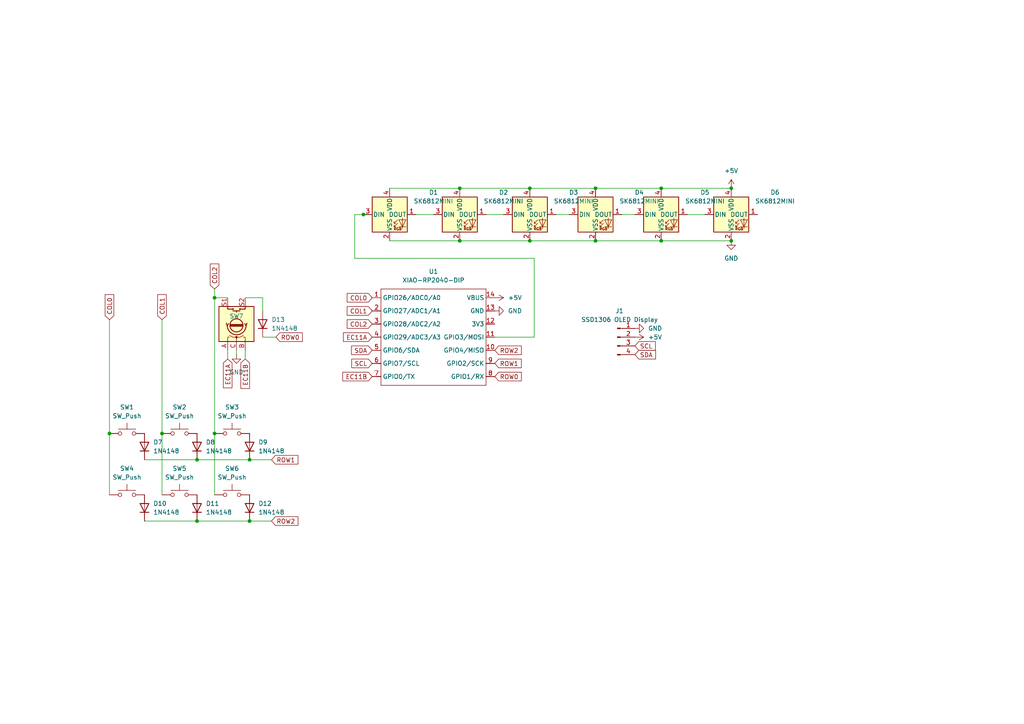
<source format=kicad_sch>
(kicad_sch (version 20250114) (generator "eeschema") (generator_version "9.0")
  (paper "A4")
  (lib_symbols
    (symbol "Connector:Conn_01x04_Pin" (pin_names (offset 1.016) (hide yes))
      (property "Reference" "J" (at 0 5.08 0))
      (property "Value" "Conn_01x04_Pin" (at 0 -7.62 0))
      (symbol "Conn_01x04_Pin_1_1"
        (rectangle (start 0.8636 2.667) (end 0 2.413) (stroke (width 0.1524)) (fill (type outline)))
        (rectangle (start 0.8636 0.127) (end 0 -0.127) (stroke (width 0.1524)) (fill (type outline)))
        (rectangle (start 0.8636 -2.413) (end 0 -2.667) (stroke (width 0.1524)) (fill (type outline)))
        (rectangle (start 0.8636 -4.953) (end 0 -5.207) (stroke (width 0.1524)) (fill (type outline)))
        (polyline (pts (xy 1.27 2.54) (xy 0.8636 2.54)) (stroke (width 0.1524)))
        (polyline (pts (xy 1.27 0) (xy 0.8636 0)) (stroke (width 0.1524)))
        (polyline (pts (xy 1.27 -2.54) (xy 0.8636 -2.54)) (stroke (width 0.1524)))
        (polyline (pts (xy 1.27 -5.08) (xy 0.8636 -5.08)) (stroke (width 0.1524)))
        (pin passive line (at 5.08 2.54 180) (length 3.81) (name "Pin_1") (number "1"))
        (pin passive line (at 5.08 0 180) (length 3.81) (name "Pin_2") (number "2"))
        (pin passive line (at 5.08 -2.54 180) (length 3.81) (name "Pin_3") (number "3"))
        (pin passive line (at 5.08 -5.08 180) (length 3.81) (name "Pin_4") (number "4"))
      )
    )
    (symbol "Device:RotaryEncoder_Switch" (pin_names (offset 0.254) (hide yes))
      (property "Reference" "SW" (at 0 6.604 0))
      (property "Value" "RotaryEncoder_Switch" (at 0 -6.604 0))
      (symbol "RotaryEncoder_Switch_0_1"
        (rectangle (start -5.08 5.08) (end 5.08 -5.08) (stroke (width 0.254)) (fill (type background)))
        (polyline (pts (xy -5.08 2.54) (xy -3.81 2.54) (xy -3.81 2.032)))
        (polyline (pts (xy -5.08 0) (xy -3.81 0) (xy -3.81 -1.016) (xy -3.302 -2.032)))
        (polyline (pts (xy -5.08 -2.54) (xy -3.81 -2.54) (xy -3.81 -2.032)))
        (polyline (pts (xy -4.318 0) (xy -3.81 0) (xy -3.81 1.016) (xy -3.302 2.032)))
        (circle (center -3.81 0) (radius 0.254) (fill (type outline)))
        (polyline (pts (xy -0.635 -1.778) (xy -0.635 1.778)) (stroke (width 0.254)))
        (circle (center -0.381 0) (radius 1.905) (stroke (width 0.254)))
        (polyline (pts (xy -0.381 -1.778) (xy -0.381 1.778)) (stroke (width 0.254)))
        (arc (start -0.381 -2.794) (mid -3.0988 -0.0635) (end -0.381 2.667) (stroke (width 0.254)))
        (polyline (pts (xy -0.127 1.778) (xy -0.127 -1.778)) (stroke (width 0.254)))
        (polyline (pts (xy 0.254 2.921) (xy -0.508 2.667) (xy 0.127 2.286)) (stroke (width 0.254)))
        (polyline (pts (xy 0.254 -3.048) (xy -0.508 -2.794) (xy 0.127 -2.413)) (stroke (width 0.254)))
        (polyline (pts (xy 3.81 1.016) (xy 3.81 -1.016)) (stroke (width 0.254)))
        (polyline (pts (xy 3.81 0) (xy 3.429 0)) (stroke (width 0.254)))
        (circle (center 4.318 1.016) (radius 0.127) (stroke (width 0.254)))
        (circle (center 4.318 -1.016) (radius 0.127) (stroke (width 0.254)))
        (polyline (pts (xy 5.08 2.54) (xy 4.318 2.54) (xy 4.318 1.016)) (stroke (width 0.254)))
        (polyline (pts (xy 5.08 -2.54) (xy 4.318 -2.54) (xy 4.318 -1.016)) (stroke (width 0.254)))
      )
      (symbol "RotaryEncoder_Switch_1_1"
        (pin passive line (at -7.62 2.54 0) (length 2.54) (name "A") (number "A"))
        (pin passive line (at -7.62 0 0) (length 2.54) (name "C") (number "C"))
        (pin passive line (at -7.62 -2.54 0) (length 2.54) (name "B") (number "B"))
        (pin passive line (at 7.62 2.54 180) (length 2.54) (name "S1") (number "S1"))
        (pin passive line (at 7.62 -2.54 180) (length 2.54) (name "S2") (number "S2"))
      )
    )
    (symbol "Diode:1N4148" (pin_numbers (hide yes)) (pin_names (hide yes))
      (property "Reference" "D" (at 0 2.54 0))
      (property "Value" "1N4148" (at 0 -2.54 0))
      (symbol "1N4148_0_1"
        (polyline (pts (xy -1.27 1.27) (xy -1.27 -1.27)) (stroke (width 0.254)))
        (polyline (pts (xy 1.27 1.27) (xy 1.27 -1.27) (xy -1.27 0) (xy 1.27 1.27)) (stroke (width 0.254)))
        (polyline (pts (xy 1.27 0) (xy -1.27 0)))
      )
      (symbol "1N4148_1_1"
        (pin passive line (at -3.81 0 0) (length 2.54) (name "K") (number "1"))
        (pin passive line (at 3.81 0 180) (length 2.54) (name "A") (number "2"))
      )
    )
    (symbol "LED:SK6812MINI" (pin_names (offset 0.254))
      (property "Reference" "D" (at 5.08 5.715 0))
      (property "Value" "SK6812MINI" (at 1.27 -5.715 0))
      (symbol "SK6812MINI_0_0"
        (text "RGB" (at 2.286 -4.191 0) (effects (font (size 0.762 0.762))))
      )
      (symbol "SK6812MINI_0_1"
        (polyline (pts (xy 1.27 -2.54) (xy 1.778 -2.54)))
        (polyline (pts (xy 1.27 -3.556) (xy 1.778 -3.556)))
        (polyline (pts (xy 2.286 -1.524) (xy 1.27 -2.54) (xy 1.27 -2.032)))
        (polyline (pts (xy 2.286 -2.54) (xy 1.27 -3.556) (xy 1.27 -3.048)))
        (polyline (pts (xy 3.683 -1.016) (xy 3.683 -3.556) (xy 3.683 -4.064)))
        (polyline (pts (xy 4.699 -1.524) (xy 2.667 -1.524) (xy 3.683 -3.556) (xy 4.699 -1.524)))
        (polyline (pts (xy 4.699 -3.556) (xy 2.667 -3.556)))
        (rectangle (start 5.08 5.08) (end -5.08 -5.08) (stroke (width 0.254)) (fill (type background)))
      )
      (symbol "SK6812MINI_1_1"
        (pin input line (at -7.62 0 0) (length 2.54) (name "DIN") (number "3"))
        (pin power_in line (at 0 7.62 270) (length 2.54) (name "VDD") (number "4"))
        (pin power_in line (at 0 -7.62 90) (length 2.54) (name "VSS") (number "2"))
        (pin output line (at 7.62 0 180) (length 2.54) (name "DOUT") (number "1"))
      )
    )
    (symbol "OPL:XIAO-RP2040-DIP"
      (property "Reference" "U" (at 0 0 0))
      (property "Value" "XIAO-RP2040-DIP" (at 5.334 -1.778 0))
      (symbol "XIAO-RP2040-DIP_1_0"
        (polyline (pts (xy -1.27 -2.54) (xy 29.21 -2.54)) (stroke (width 0.1524)))
        (polyline (pts (xy -1.27 -5.08) (xy -2.54 -5.08)) (stroke (width 0.1524)))
        (polyline (pts (xy -1.27 -5.08) (xy -1.27 -2.54)) (stroke (width 0.1524)))
        (polyline (pts (xy -1.27 -8.89) (xy -2.54 -8.89)) (stroke (width 0.1524)))
        (polyline (pts (xy -1.27 -8.89) (xy -1.27 -5.08)) (stroke (width 0.1524)))
        (polyline (pts (xy -1.27 -12.7) (xy -2.54 -12.7)) (stroke (width 0.1524)))
        (polyline (pts (xy -1.27 -12.7) (xy -1.27 -8.89)) (stroke (width 0.1524)))
        (polyline (pts (xy -1.27 -16.51) (xy -2.54 -16.51)) (stroke (width 0.1524)))
        (polyline (pts (xy -1.27 -16.51) (xy -1.27 -12.7)) (stroke (width 0.1524)))
        (polyline (pts (xy -1.27 -20.32) (xy -2.54 -20.32)) (stroke (width 0.1524)))
        (polyline (pts (xy -1.27 -24.13) (xy -2.54 -24.13)) (stroke (width 0.1524)))
        (polyline (pts (xy -1.27 -27.94) (xy -2.54 -27.94)) (stroke (width 0.1524)))
        (polyline (pts (xy -1.27 -30.48) (xy -1.27 -16.51)) (stroke (width 0.1524)))
        (polyline (pts (xy 29.21 -2.54) (xy 29.21 -5.08)) (stroke (width 0.1524)))
        (polyline (pts (xy 29.21 -5.08) (xy 29.21 -8.89)) (stroke (width 0.1524)))
        (polyline (pts (xy 29.21 -8.89) (xy 29.21 -12.7)) (stroke (width 0.1524)))
        (polyline (pts (xy 29.21 -12.7) (xy 29.21 -30.48)) (stroke (width 0.1524)))
        (polyline (pts (xy 29.21 -30.48) (xy -1.27 -30.48)) (stroke (width 0.1524)))
        (polyline (pts (xy 30.48 -5.08) (xy 29.21 -5.08)) (stroke (width 0.1524)))
        (polyline (pts (xy 30.48 -8.89) (xy 29.21 -8.89)) (stroke (width 0.1524)))
        (polyline (pts (xy 30.48 -12.7) (xy 29.21 -12.7)) (stroke (width 0.1524)))
        (polyline (pts (xy 30.48 -16.51) (xy 29.21 -16.51)) (stroke (width 0.1524)))
        (polyline (pts (xy 30.48 -20.32) (xy 29.21 -20.32)) (stroke (width 0.1524)))
        (polyline (pts (xy 30.48 -24.13) (xy 29.21 -24.13)) (stroke (width 0.1524)))
        (polyline (pts (xy 30.48 -27.94) (xy 29.21 -27.94)) (stroke (width 0.1524)))
        (pin passive line (at -3.81 -5.08 0) (length 2.54) (name "GPIO26/ADC0/A0") (number "1"))
        (pin passive line (at -3.81 -8.89 0) (length 2.54) (name "GPIO27/ADC1/A1") (number "2"))
        (pin passive line (at -3.81 -12.7 0) (length 2.54) (name "GPIO28/ADC2/A2") (number "3"))
        (pin passive line (at -3.81 -16.51 0) (length 2.54) (name "GPIO29/ADC3/A3") (number "4"))
        (pin passive line (at -3.81 -20.32 0) (length 2.54) (name "GPIO6/SDA") (number "5"))
        (pin passive line (at -3.81 -24.13 0) (length 2.54) (name "GPIO7/SCL") (number "6"))
        (pin passive line (at -3.81 -27.94 0) (length 2.54) (name "GPIO0/TX") (number "7"))
        (pin passive line (at 31.75 -5.08 180) (length 2.54) (name "VBUS") (number "14"))
        (pin passive line (at 31.75 -8.89 180) (length 2.54) (name "GND") (number "13"))
        (pin passive line (at 31.75 -12.7 180) (length 2.54) (name "3V3") (number "12"))
        (pin passive line (at 31.75 -16.51 180) (length 2.54) (name "GPIO3/MOSI") (number "11"))
        (pin passive line (at 31.75 -20.32 180) (length 2.54) (name "GPIO4/MISO") (number "10"))
        (pin passive line (at 31.75 -24.13 180) (length 2.54) (name "GPIO2/SCK") (number "9"))
        (pin passive line (at 31.75 -27.94 180) (length 2.54) (name "GPIO1/RX") (number "8"))
      )
    )
    (symbol "Switch:SW_Push" (pin_numbers (hide yes)) (pin_names (offset 1.016) (hide yes))
      (property "Reference" "SW" (at 1.27 2.54 0))
      (property "Value" "SW_Push" (at 0 -1.524 0))
      (symbol "SW_Push_0_1"
        (circle (center -2.032 0) (radius 0.508))
        (polyline (pts (xy 0 1.27) (xy 0 3.048)))
        (circle (center 2.032 0) (radius 0.508))
        (polyline (pts (xy 2.54 1.27) (xy -2.54 1.27)))
        (pin passive line (at -5.08 0 0) (length 2.54) (name "1") (number "1"))
        (pin passive line (at 5.08 0 180) (length 2.54) (name "2") (number "2"))
      )
    )
    (symbol "power:+5V" (power) (pin_numbers (hide yes)) (pin_names (offset 0) (hide yes))
      (property "Value" "+5V" (at 0 3.556 0))
      (symbol "+5V_0_1"
        (polyline (pts (xy -0.762 1.27) (xy 0 2.54)))
        (polyline (pts (xy 0 2.54) (xy 0.762 1.27)))
        (polyline (pts (xy 0 0) (xy 0 2.54)))
      )
      (symbol "+5V_1_1"
        (pin power_in line (at 0 0 90) (length 0) (name "~") (number "1"))
      )
    )
    (symbol "power:GND" (power) (pin_numbers (hide yes)) (pin_names (offset 0) (hide yes))
      (property "Value" "GND" (at 0 -3.81 0))
      (symbol "GND_0_1"
        (polyline (pts (xy 0 0) (xy 0 -1.27) (xy 1.27 -1.27) (xy 0 -2.54) (xy -1.27 -1.27) (xy 0 -1.27)))
      )
      (symbol "GND_1_1"
        (pin power_in line (at 0 0 270) (length 0) (name "~") (number "1"))
      )
    )
  )
  (junction (at 62.23 125.73))
  (junction (at 172.72 69.85))
  (junction (at 72.39 151.13))
  (junction (at 191.77 69.85))
  (junction (at 153.67 54.61))
  (junction (at 133.35 69.85))
  (junction (at 31.75 125.73))
  (junction (at 57.15 133.35))
  (junction (at 172.72 54.61))
  (junction (at 46.99 125.73))
  (junction (at 57.15 151.13))
  (junction (at 62.23 86.36))
  (junction (at 212.09 54.61))
  (junction (at 72.39 133.35))
  (junction (at 105.41 62.23))
  (junction (at 212.09 69.85))
  (junction (at 191.77 54.61))
  (junction (at 133.35 54.61))
  (junction (at 153.67 69.85))
  (wire (pts (xy 172.72 54.61) (xy 191.77 54.61)))
  (wire (pts (xy 161.29 62.23) (xy 165.1 62.23)))
  (wire (pts (xy 153.67 69.85) (xy 172.72 69.85)))
  (wire (pts (xy 113.03 54.61) (xy 133.35 54.61)))
  (wire (pts (xy 191.77 54.61) (xy 212.09 54.61)))
  (wire (pts (xy 102.87 74.93) (xy 154.94 74.93)))
  (wire (pts (xy 191.77 69.85) (xy 212.09 69.85)))
  (wire (pts (xy 46.99 125.73) (xy 46.99 143.51)))
  (wire (pts (xy 62.23 83.82) (xy 62.23 86.36)))
  (wire (pts (xy 199.39 62.23) (xy 204.47 62.23)))
  (wire (pts (xy 31.75 92.71) (xy 31.75 125.73)))
  (wire (pts (xy 46.99 92.71) (xy 46.99 125.73)))
  (wire (pts (xy 57.15 151.13) (xy 72.39 151.13)))
  (wire (pts (xy 140.97 62.23) (xy 146.05 62.23)))
  (wire (pts (xy 62.23 86.36) (xy 66.04 86.36)))
  (wire (pts (xy 62.23 86.36) (xy 62.23 125.73)))
  (wire (pts (xy 72.39 151.13) (xy 78.74 151.13)))
  (wire (pts (xy 71.12 86.36) (xy 76.2 86.36)))
  (wire (pts (xy 62.23 125.73) (xy 62.23 143.51)))
  (wire (pts (xy 172.72 69.85) (xy 191.77 69.85)))
  (wire (pts (xy 102.87 62.23) (xy 102.87 74.93)))
  (wire (pts (xy 120.65 62.23) (xy 125.73 62.23)))
  (wire (pts (xy 102.87 62.23) (xy 105.41 62.23)))
  (wire (pts (xy 71.12 101.6) (xy 71.12 104.14)))
  (wire (pts (xy 41.91 151.13) (xy 57.15 151.13)))
  (wire (pts (xy 31.75 125.73) (xy 31.75 143.51)))
  (wire (pts (xy 154.94 74.93) (xy 154.94 97.79)))
  (wire (pts (xy 66.04 101.6) (xy 66.04 104.14)))
  (wire (pts (xy 76.2 97.79) (xy 80.01 97.79)))
  (wire (pts (xy 153.67 54.61) (xy 172.72 54.61)))
  (wire (pts (xy 68.58 101.6) (xy 68.58 102.87)))
  (wire (pts (xy 105.41 62.23) (xy 106.68 62.23)))
  (wire (pts (xy 133.35 69.85) (xy 153.67 69.85)))
  (wire (pts (xy 76.2 86.36) (xy 76.2 90.17)))
  (wire (pts (xy 41.91 133.35) (xy 57.15 133.35)))
  (wire (pts (xy 113.03 69.85) (xy 133.35 69.85)))
  (wire (pts (xy 154.94 97.79) (xy 143.51 97.79)))
  (wire (pts (xy 180.34 62.23) (xy 184.15 62.23)))
  (wire (pts (xy 72.39 133.35) (xy 78.74 133.35)))
  (wire (pts (xy 133.35 54.61) (xy 153.67 54.61)))
  (wire (pts (xy 57.15 133.35) (xy 72.39 133.35)))
  (global_label "COL0" (shape input) (at 31.75 92.71 90) (property "Intersheetrefs" "${INTERSHEET_REFS}" (effects (hide yes))))
  (global_label "EC11B" (shape input) (at 107.95 109.22 180) (property "Intersheetrefs" "${INTERSHEET_REFS}" (effects (hide yes))))
  (global_label "COL1" (shape input) (at 46.99 92.71 90) (property "Intersheetrefs" "${INTERSHEET_REFS}" (effects (hide yes))))
  (global_label "COL1" (shape input) (at 107.95 90.17 180) (property "Intersheetrefs" "${INTERSHEET_REFS}" (effects (hide yes))))
  (global_label "ROW0" (shape input) (at 143.51 109.22 0) (property "Intersheetrefs" "${INTERSHEET_REFS}" (effects (hide yes))))
  (global_label "ROW1" (shape input) (at 143.51 105.41 0) (property "Intersheetrefs" "${INTERSHEET_REFS}" (effects (hide yes))))
  (global_label "SDA" (shape input) (at 184.15 102.87 0) (property "Intersheetrefs" "${INTERSHEET_REFS}" (effects (hide yes))))
  (global_label "COL2" (shape input) (at 62.23 83.82 90) (property "Intersheetrefs" "${INTERSHEET_REFS}" (effects (hide yes))))
  (global_label "SDA" (shape input) (at 107.95 101.6 180) (property "Intersheetrefs" "${INTERSHEET_REFS}" (effects (hide yes))))
  (global_label "ROW2" (shape input) (at 78.74 151.13 0) (property "Intersheetrefs" "${INTERSHEET_REFS}" (effects (hide yes))))
  (global_label "EC11A" (shape input) (at 107.95 97.79 180) (property "Intersheetrefs" "${INTERSHEET_REFS}" (effects (hide yes))))
  (global_label "COL0" (shape input) (at 107.95 86.36 180) (property "Intersheetrefs" "${INTERSHEET_REFS}" (effects (hide yes))))
  (global_label "EC11B" (shape input) (at 71.12 104.14 270) (property "Intersheetrefs" "${INTERSHEET_REFS}" (effects (hide yes))))
  (global_label "COL2" (shape input) (at 107.95 93.98 180) (property "Intersheetrefs" "${INTERSHEET_REFS}" (effects (hide yes))))
  (global_label "SCL" (shape input) (at 184.15 100.33 0) (property "Intersheetrefs" "${INTERSHEET_REFS}" (effects (hide yes))))
  (global_label "ROW2" (shape input) (at 143.51 101.6 0) (property "Intersheetrefs" "${INTERSHEET_REFS}" (effects (hide yes))))
  (global_label "SCL" (shape input) (at 107.95 105.41 180) (property "Intersheetrefs" "${INTERSHEET_REFS}" (effects (hide yes))))
  (global_label "ROW0" (shape input) (at 80.01 97.79 0) (property "Intersheetrefs" "${INTERSHEET_REFS}" (effects (hide yes))))
  (global_label "ROW1" (shape input) (at 78.74 133.35 0) (property "Intersheetrefs" "${INTERSHEET_REFS}" (effects (hide yes))))
  (global_label "EC11A" (shape input) (at 66.04 104.14 270) (property "Intersheetrefs" "${INTERSHEET_REFS}" (effects (hide yes))))
  (symbol (lib_id "LED:SK6812MINI") (at 113.03 62.23 0) (unit 1)
    (property "Reference" "D1" (at 125.73 55.8098 0))
    (property "Value" "SK6812MINI" (at 125.73 58.3498 0))
    (property "Footprint" "Footprints:LED_6028R" (effects (hide yes)))
    (property "Datasheet" "https://cdn-shop.adafruit.com/product-files/2686/SK6812MINI_REV.01-1-2.pdf" (effects (hide yes)))
    (property "Description" "RGB LED with integrated controller" (effects (hide yes)))
  )
  (symbol (lib_id "Switch:SW_Push") (at 36.83 143.51 0) (unit 1)
    (property "Reference" "SW4" (at 36.83 135.89 0))
    (property "Value" "SW_Push" (at 36.83 138.43 0))
    (property "Footprint" "Button_Switch_Keyboard:SW_Cherry_MX_1.00u_PCB" (effects (hide yes)))
    (property "Description" "Push button switch, generic, two pins" (effects (hide yes)))
  )
  (symbol (lib_id "power:GND") (at 212.09 69.85 0) (unit 1)
    (property "Reference" "#PWR03" (effects (hide yes)))
    (property "Value" "GND" (at 212.09 74.93 0))
    (property "Description" "Power symbol creates a global label with name \"GND\" , ground" (effects (hide yes)))
  )
  (symbol (lib_id "Diode:1N4148") (at 72.39 129.54 90) (unit 1)
    (property "Reference" "D9" (at 74.93 128.2699 90) (effects (justify right)))
    (property "Value" "1N4148" (at 74.93 130.8099 90) (effects (justify right)))
    (property "Footprint" "Diode_THT:D_DO-35_SOD27_P7.62mm_Horizontal" (effects (hide yes)))
    (property "Datasheet" "https://assets.nexperia.com/documents/data-sheet/1N4148_1N4448.pdf" (effects (hide yes)))
    (property "Description" "100V 0.15A standard switching diode, DO-35" (effects (hide yes)))
    (property "Sim.Device" "D" (effects (hide yes)))
    (property "Sim.Pins" "1=K 2=A" (effects (hide yes)))
  )
  (symbol (lib_id "power:+5V") (at 143.51 86.36 270) (unit 1)
    (property "Reference" "#PWR02" (effects (hide yes)))
    (property "Value" "+5V" (at 147.32 86.3599 90) (effects (justify left)))
    (property "Description" "Power symbol creates a global label with name \"+5V\"" (effects (hide yes)))
  )
  (symbol (lib_id "LED:SK6812MINI") (at 153.67 62.23 0) (unit 1)
    (property "Reference" "D3" (at 166.37 55.8098 0))
    (property "Value" "SK6812MINI" (at 166.37 58.3498 0))
    (property "Footprint" "Footprints:LED_6028R" (effects (hide yes)))
    (property "Datasheet" "https://cdn-shop.adafruit.com/product-files/2686/SK6812MINI_REV.01-1-2.pdf" (effects (hide yes)))
    (property "Description" "RGB LED with integrated controller" (effects (hide yes)))
  )
  (symbol (lib_id "Diode:1N4148") (at 72.39 147.32 90) (unit 1)
    (property "Reference" "D12" (at 74.93 146.0499 90) (effects (justify right)))
    (property "Value" "1N4148" (at 74.93 148.5899 90) (effects (justify right)))
    (property "Footprint" "Diode_THT:D_DO-35_SOD27_P7.62mm_Horizontal" (effects (hide yes)))
    (property "Datasheet" "https://assets.nexperia.com/documents/data-sheet/1N4148_1N4448.pdf" (effects (hide yes)))
    (property "Description" "100V 0.15A standard switching diode, DO-35" (effects (hide yes)))
    (property "Sim.Device" "D" (effects (hide yes)))
    (property "Sim.Pins" "1=K 2=A" (effects (hide yes)))
  )
  (symbol (lib_id "power:GND") (at 68.58 102.87 0) (unit 1)
    (property "Reference" "#PWR05" (effects (hide yes)))
    (property "Value" "GND" (at 68.58 107.95 0))
    (property "Description" "Power symbol creates a global label with name \"GND\" , ground" (effects (hide yes)))
  )
  (symbol (lib_id "Switch:SW_Push") (at 36.83 125.73 0) (unit 1)
    (property "Reference" "SW1" (at 36.83 118.11 0))
    (property "Value" "SW_Push" (at 36.83 120.65 0))
    (property "Footprint" "Button_Switch_Keyboard:SW_Cherry_MX_1.00u_PCB" (effects (hide yes)))
    (property "Description" "Push button switch, generic, two pins" (effects (hide yes)))
  )
  (symbol (lib_id "Switch:SW_Push") (at 52.07 125.73 0) (unit 1)
    (property "Reference" "SW2" (at 52.07 118.11 0))
    (property "Value" "SW_Push" (at 52.07 120.65 0))
    (property "Footprint" "Button_Switch_Keyboard:SW_Cherry_MX_1.00u_PCB" (effects (hide yes)))
    (property "Description" "Push button switch, generic, two pins" (effects (hide yes)))
  )
  (symbol (lib_id "power:+5V") (at 212.09 54.61 0) (unit 1)
    (property "Reference" "#PWR01" (effects (hide yes)))
    (property "Value" "+5V" (at 212.09 49.53 0))
    (property "Description" "Power symbol creates a global label with name \"+5V\"" (effects (hide yes)))
  )
  (symbol (lib_id "Diode:1N4148") (at 57.15 147.32 90) (unit 1)
    (property "Reference" "D11" (at 59.69 146.0499 90) (effects (justify right)))
    (property "Value" "1N4148" (at 59.69 148.5899 90) (effects (justify right)))
    (property "Footprint" "Diode_THT:D_DO-35_SOD27_P7.62mm_Horizontal" (effects (hide yes)))
    (property "Datasheet" "https://assets.nexperia.com/documents/data-sheet/1N4148_1N4448.pdf" (effects (hide yes)))
    (property "Description" "100V 0.15A standard switching diode, DO-35" (effects (hide yes)))
    (property "Sim.Device" "D" (effects (hide yes)))
    (property "Sim.Pins" "1=K 2=A" (effects (hide yes)))
  )
  (symbol (lib_id "LED:SK6812MINI") (at 133.35 62.23 0) (unit 1)
    (property "Reference" "D2" (at 146.05 55.8098 0))
    (property "Value" "SK6812MINI" (at 146.05 58.3498 0))
    (property "Footprint" "Footprints:LED_6028R" (effects (hide yes)))
    (property "Datasheet" "https://cdn-shop.adafruit.com/product-files/2686/SK6812MINI_REV.01-1-2.pdf" (effects (hide yes)))
    (property "Description" "RGB LED with integrated controller" (effects (hide yes)))
  )
  (symbol (lib_id "OPL:XIAO-RP2040-DIP") (at 111.76 81.28 0) (unit 1)
    (property "Reference" "U1" (at 125.73 78.74 0))
    (property "Value" "XIAO-RP2040-DIP" (at 125.73 81.28 0))
    (property "Footprint" "OPL:XIAO-RP2040-DIP" (effects (hide yes)))
  )
  (symbol (lib_id "Diode:1N4148") (at 57.15 129.54 90) (unit 1)
    (property "Reference" "D8" (at 59.69 128.2699 90) (effects (justify right)))
    (property "Value" "1N4148" (at 59.69 130.8099 90) (effects (justify right)))
    (property "Footprint" "Diode_THT:D_DO-35_SOD27_P7.62mm_Horizontal" (effects (hide yes)))
    (property "Datasheet" "https://assets.nexperia.com/documents/data-sheet/1N4148_1N4448.pdf" (effects (hide yes)))
    (property "Description" "100V 0.15A standard switching diode, DO-35" (effects (hide yes)))
    (property "Sim.Device" "D" (effects (hide yes)))
    (property "Sim.Pins" "1=K 2=A" (effects (hide yes)))
  )
  (symbol (lib_id "Switch:SW_Push") (at 67.31 143.51 0) (unit 1)
    (property "Reference" "SW6" (at 67.31 135.89 0))
    (property "Value" "SW_Push" (at 67.31 138.43 0))
    (property "Footprint" "Button_Switch_Keyboard:SW_Cherry_MX_1.00u_PCB" (effects (hide yes)))
    (property "Description" "Push button switch, generic, two pins" (effects (hide yes)))
  )
  (symbol (lib_id "LED:SK6812MINI") (at 191.77 62.23 0) (unit 1)
    (property "Reference" "D5" (at 204.47 55.8098 0))
    (property "Value" "SK6812MINI" (at 204.47 58.3498 0))
    (property "Footprint" "Footprints:LED_6028R" (effects (hide yes)))
    (property "Datasheet" "https://cdn-shop.adafruit.com/product-files/2686/SK6812MINI_REV.01-1-2.pdf" (effects (hide yes)))
    (property "Description" "RGB LED with integrated controller" (effects (hide yes)))
  )
  (symbol (lib_id "power:+5V") (at 184.15 97.79 270) (unit 1)
    (property "Reference" "#PWR06" (effects (hide yes)))
    (property "Value" "+5V" (at 187.96 97.7899 90) (effects (justify left)))
    (property "Description" "Power symbol creates a global label with name \"+5V\"" (effects (hide yes)))
  )
  (symbol (lib_id "Switch:SW_Push") (at 67.31 125.73 0) (unit 1)
    (property "Reference" "SW3" (at 67.31 118.11 0))
    (property "Value" "SW_Push" (at 67.31 120.65 0))
    (property "Footprint" "Button_Switch_Keyboard:SW_Cherry_MX_1.00u_PCB" (effects (hide yes)))
    (property "Description" "Push button switch, generic, two pins" (effects (hide yes)))
  )
  (symbol (lib_id "power:GND") (at 143.51 90.17 90) (unit 1)
    (property "Reference" "#PWR04" (effects (hide yes)))
    (property "Value" "GND" (at 147.32 90.1699 90) (effects (justify right)))
    (property "Description" "Power symbol creates a global label with name \"GND\" , ground" (effects (hide yes)))
  )
  (symbol (lib_id "LED:SK6812MINI") (at 212.09 62.23 0) (unit 1)
    (property "Reference" "D6" (at 224.79 55.8098 0))
    (property "Value" "SK6812MINI" (at 224.79 58.3498 0))
    (property "Footprint" "Footprints:LED_6028R" (effects (hide yes)))
    (property "Datasheet" "https://cdn-shop.adafruit.com/product-files/2686/SK6812MINI_REV.01-1-2.pdf" (effects (hide yes)))
    (property "Description" "RGB LED with integrated controller" (effects (hide yes)))
  )
  (symbol (lib_id "LED:SK6812MINI") (at 172.72 62.23 0) (unit 1)
    (property "Reference" "D4" (at 185.42 55.8098 0))
    (property "Value" "SK6812MINI" (at 185.42 58.3498 0))
    (property "Footprint" "Footprints:LED_6028R" (effects (hide yes)))
    (property "Datasheet" "https://cdn-shop.adafruit.com/product-files/2686/SK6812MINI_REV.01-1-2.pdf" (effects (hide yes)))
    (property "Description" "RGB LED with integrated controller" (effects (hide yes)))
  )
  (symbol (lib_id "Diode:1N4148") (at 76.2 93.98 90) (unit 1)
    (property "Reference" "D13" (at 78.74 92.7099 90) (effects (justify right)))
    (property "Value" "1N4148" (at 78.74 95.2499 90) (effects (justify right)))
    (property "Footprint" "Diode_THT:D_DO-35_SOD27_P7.62mm_Horizontal" (effects (hide yes)))
    (property "Datasheet" "https://assets.nexperia.com/documents/data-sheet/1N4148_1N4448.pdf" (effects (hide yes)))
    (property "Description" "100V 0.15A standard switching diode, DO-35" (effects (hide yes)))
    (property "Sim.Device" "D" (effects (hide yes)))
    (property "Sim.Pins" "1=K 2=A" (effects (hide yes)))
  )
  (symbol (lib_id "Connector:Conn_01x04_Pin") (at 179.07 97.79 0) (unit 1)
    (property "Reference" "J1" (at 179.705 90.17 0))
    (property "Value" "SSD1306 OLED Display" (at 179.705 92.71 0))
    (property "Footprint" "SSD1306-0.91-OLED-4pin:SSD1306-0.91-OLED-4pin-128x32" (effects (hide yes)))
    (property "Description" "Generic connector, single row, 01x04, script generated" (effects (hide yes)))
  )
  (symbol (lib_id "power:GND") (at 184.15 95.25 90) (unit 1)
    (property "Reference" "#PWR07" (effects (hide yes)))
    (property "Value" "GND" (at 187.96 95.2499 90) (effects (justify right)))
    (property "Description" "Power symbol creates a global label with name \"GND\" , ground" (effects (hide yes)))
  )
  (symbol (lib_id "Diode:1N4148") (at 41.91 147.32 90) (unit 1)
    (property "Reference" "D10" (at 44.45 146.0499 90) (effects (justify right)))
    (property "Value" "1N4148" (at 44.45 148.5899 90) (effects (justify right)))
    (property "Footprint" "Diode_THT:D_DO-35_SOD27_P7.62mm_Horizontal" (effects (hide yes)))
    (property "Datasheet" "https://assets.nexperia.com/documents/data-sheet/1N4148_1N4448.pdf" (effects (hide yes)))
    (property "Description" "100V 0.15A standard switching diode, DO-35" (effects (hide yes)))
    (property "Sim.Device" "D" (effects (hide yes)))
    (property "Sim.Pins" "1=K 2=A" (effects (hide yes)))
  )
  (symbol (lib_id "Device:RotaryEncoder_Switch") (at 68.58 93.98 90) (unit 1)
    (property "Reference" "SW7" (at 66.548 91.694 90) (effects (justify right)))
    (property "Value" "RotaryEncoder_Switch" (effects (hide yes)))
    (property "Footprint" "EC11Rotary_Encoder:RotaryEncoder_Alps_EC11E-Switch_Vertical_H20mm" (effects (hide yes)))
    (property "Description" "Rotary encoder, dual channel, incremental quadrate outputs, with switch" (effects (hide yes)))
  )
  (symbol (lib_id "Switch:SW_Push") (at 52.07 143.51 0) (unit 1)
    (property "Reference" "SW5" (at 52.07 135.89 0))
    (property "Value" "SW_Push" (at 52.07 138.43 0))
    (property "Footprint" "Button_Switch_Keyboard:SW_Cherry_MX_1.00u_PCB" (effects (hide yes)))
    (property "Description" "Push button switch, generic, two pins" (effects (hide yes)))
  )
  (symbol (lib_id "Diode:1N4148") (at 41.91 129.54 90) (unit 1)
    (property "Reference" "D7" (at 44.45 128.2699 90) (effects (justify right)))
    (property "Value" "1N4148" (at 44.45 130.8099 90) (effects (justify right)))
    (property "Footprint" "Diode_THT:D_DO-35_SOD27_P7.62mm_Horizontal" (effects (hide yes)))
    (property "Datasheet" "https://assets.nexperia.com/documents/data-sheet/1N4148_1N4448.pdf" (effects (hide yes)))
    (property "Description" "100V 0.15A standard switching diode, DO-35" (effects (hide yes)))
    (property "Sim.Device" "D" (effects (hide yes)))
    (property "Sim.Pins" "1=K 2=A" (effects (hide yes)))
  )
)
</source>
